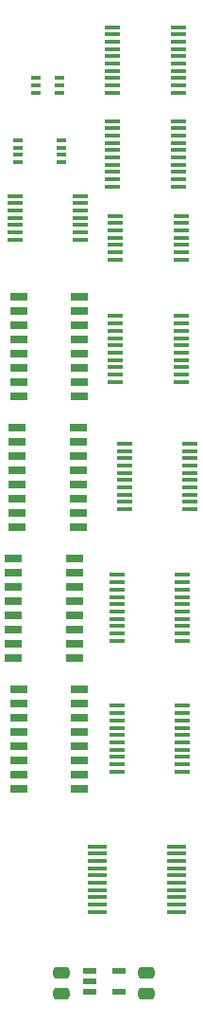
<source format=gtp>
%TF.GenerationSoftware,KiCad,Pcbnew,9.0.7*%
%TF.CreationDate,2026-01-29T18:18:34+02:00*%
%TF.ProjectId,HCP65 Instruction Code,48435036-3520-4496-9e73-747275637469,V0*%
%TF.SameCoordinates,Original*%
%TF.FileFunction,Paste,Top*%
%TF.FilePolarity,Positive*%
%FSLAX46Y46*%
G04 Gerber Fmt 4.6, Leading zero omitted, Abs format (unit mm)*
G04 Created by KiCad (PCBNEW 9.0.7) date 2026-01-29 18:18:34*
%MOMM*%
%LPD*%
G01*
G04 APERTURE LIST*
G04 Aperture macros list*
%AMRoundRect*
0 Rectangle with rounded corners*
0 $1 Rounding radius*
0 $2 $3 $4 $5 $6 $7 $8 $9 X,Y pos of 4 corners*
0 Add a 4 corners polygon primitive as box body*
4,1,4,$2,$3,$4,$5,$6,$7,$8,$9,$2,$3,0*
0 Add four circle primitives for the rounded corners*
1,1,$1+$1,$2,$3*
1,1,$1+$1,$4,$5*
1,1,$1+$1,$6,$7*
1,1,$1+$1,$8,$9*
0 Add four rect primitives between the rounded corners*
20,1,$1+$1,$2,$3,$4,$5,0*
20,1,$1+$1,$4,$5,$6,$7,0*
20,1,$1+$1,$6,$7,$8,$9,0*
20,1,$1+$1,$8,$9,$2,$3,0*%
G04 Aperture macros list end*
%ADD10RoundRect,0.250000X0.475000X-0.250000X0.475000X0.250000X-0.475000X0.250000X-0.475000X-0.250000X0*%
%ADD11R,1.475000X0.450000*%
%ADD12R,1.150000X0.600000*%
%ADD13R,1.550000X0.650000*%
%ADD14R,1.800000X0.450000*%
%ADD15R,0.950000X0.450000*%
%ADD16R,0.875000X0.450000*%
G04 APERTURE END LIST*
D10*
%TO.C,C10*%
X15875000Y-82277000D03*
X15875000Y-80377000D03*
%TD*%
D11*
%TO.C,IC15*%
X13064000Y-12782000D03*
X13064000Y-13432000D03*
X13064000Y-14082000D03*
X13064000Y-14732000D03*
X13064000Y-15382000D03*
X13064000Y-16032000D03*
X13064000Y-16682000D03*
X18940000Y-16682000D03*
X18940000Y-16032000D03*
X18940000Y-15382000D03*
X18940000Y-14732000D03*
X18940000Y-14082000D03*
X18940000Y-13432000D03*
X18940000Y-12782000D03*
%TD*%
D12*
%TO.C,IC11*%
X10765000Y-80203000D03*
X10765000Y-81153000D03*
X10765000Y-82103000D03*
X13365000Y-82103000D03*
X13365000Y-80203000D03*
%TD*%
D11*
%TO.C,IC16*%
X12810000Y4068000D03*
X12810000Y3418000D03*
X12810000Y2768000D03*
X12810000Y2118000D03*
X12810000Y1468000D03*
X12810000Y818000D03*
X12810000Y168000D03*
X12810000Y-482000D03*
X12810000Y-1132000D03*
X12810000Y-1782000D03*
X18686000Y-1782000D03*
X18686000Y-1132000D03*
X18686000Y-482000D03*
X18686000Y168000D03*
X18686000Y818000D03*
X18686000Y1468000D03*
X18686000Y2118000D03*
X18686000Y2768000D03*
X18686000Y3418000D03*
X18686000Y4068000D03*
%TD*%
%TO.C,IC8*%
X13876800Y-33143000D03*
X13876800Y-33793000D03*
X13876800Y-34443000D03*
X13876800Y-35093000D03*
X13876800Y-35743000D03*
X13876800Y-36393000D03*
X13876800Y-37043000D03*
X13876800Y-37693000D03*
X13876800Y-38343000D03*
X13876800Y-38993000D03*
X19752800Y-38993000D03*
X19752800Y-38343000D03*
X19752800Y-37693000D03*
X19752800Y-37043000D03*
X19752800Y-36393000D03*
X19752800Y-35743000D03*
X19752800Y-35093000D03*
X19752800Y-34443000D03*
X19752800Y-33793000D03*
X19752800Y-33143000D03*
%TD*%
D10*
%TO.C,C9*%
X8255000Y-82277000D03*
X8255000Y-80377000D03*
%TD*%
D11*
%TO.C,IC1*%
X12810000Y-4314000D03*
X12810000Y-4964000D03*
X12810000Y-5614000D03*
X12810000Y-6264000D03*
X12810000Y-6914000D03*
X12810000Y-7564000D03*
X12810000Y-8214000D03*
X12810000Y-8864000D03*
X12810000Y-9514000D03*
X12810000Y-10164000D03*
X18686000Y-10164000D03*
X18686000Y-9514000D03*
X18686000Y-8864000D03*
X18686000Y-8214000D03*
X18686000Y-7564000D03*
X18686000Y-6914000D03*
X18686000Y-6264000D03*
X18686000Y-5614000D03*
X18686000Y-4964000D03*
X18686000Y-4314000D03*
%TD*%
D13*
%TO.C,IC2*%
X4387000Y-19975607D03*
X4387000Y-21245607D03*
X4387000Y-22515607D03*
X4387000Y-23785607D03*
X4387000Y-25055607D03*
X4387000Y-26325607D03*
X4387000Y-27595607D03*
X4387000Y-28865607D03*
X9837000Y-28865607D03*
X9837000Y-27595607D03*
X9837000Y-26325607D03*
X9837000Y-25055607D03*
X9837000Y-23785607D03*
X9837000Y-22515607D03*
X9837000Y-21245607D03*
X9837000Y-19975607D03*
%TD*%
D14*
%TO.C,IC17*%
X11436000Y-69084000D03*
X11436000Y-69734000D03*
X11436000Y-70384000D03*
X11436000Y-71034000D03*
X11436000Y-71684000D03*
X11436000Y-72334000D03*
X11436000Y-72984000D03*
X11436000Y-73634000D03*
X11436000Y-74284000D03*
X11436000Y-74934000D03*
X18536000Y-74934000D03*
X18536000Y-74284000D03*
X18536000Y-73634000D03*
X18536000Y-72984000D03*
X18536000Y-72334000D03*
X18536000Y-71684000D03*
X18536000Y-71034000D03*
X18536000Y-70384000D03*
X18536000Y-69734000D03*
X18536000Y-69084000D03*
%TD*%
D13*
%TO.C,IC4*%
X4264000Y-31659607D03*
X4264000Y-32929607D03*
X4264000Y-34199607D03*
X4264000Y-35469607D03*
X4264000Y-36739607D03*
X4264000Y-38009607D03*
X4264000Y-39279607D03*
X4264000Y-40549607D03*
X9714000Y-40549607D03*
X9714000Y-39279607D03*
X9714000Y-38009607D03*
X9714000Y-36739607D03*
X9714000Y-35469607D03*
X9714000Y-34199607D03*
X9714000Y-32929607D03*
X9714000Y-31659607D03*
%TD*%
%TO.C,IC5*%
X3929800Y-43343607D03*
X3929800Y-44613607D03*
X3929800Y-45883607D03*
X3929800Y-47153607D03*
X3929800Y-48423607D03*
X3929800Y-49693607D03*
X3929800Y-50963607D03*
X3929800Y-52233607D03*
X9379800Y-52233607D03*
X9379800Y-50963607D03*
X9379800Y-49693607D03*
X9379800Y-48423607D03*
X9379800Y-47153607D03*
X9379800Y-45883607D03*
X9379800Y-44613607D03*
X9379800Y-43343607D03*
%TD*%
D11*
%TO.C,IC14*%
X13195000Y-56547607D03*
X13195000Y-57197607D03*
X13195000Y-57847607D03*
X13195000Y-58497607D03*
X13195000Y-59147607D03*
X13195000Y-59797607D03*
X13195000Y-60447607D03*
X13195000Y-61097607D03*
X13195000Y-61747607D03*
X13195000Y-62397607D03*
X19071000Y-62397607D03*
X19071000Y-61747607D03*
X19071000Y-61097607D03*
X19071000Y-60447607D03*
X19071000Y-59797607D03*
X19071000Y-59147607D03*
X19071000Y-58497607D03*
X19071000Y-57847607D03*
X19071000Y-57197607D03*
X19071000Y-56547607D03*
%TD*%
%TO.C,IC10*%
X4047000Y-11004000D03*
X4047000Y-11654000D03*
X4047000Y-12304000D03*
X4047000Y-12954000D03*
X4047000Y-13604000D03*
X4047000Y-14254000D03*
X4047000Y-14904000D03*
X9923000Y-14904000D03*
X9923000Y-14254000D03*
X9923000Y-13604000D03*
X9923000Y-12954000D03*
X9923000Y-12304000D03*
X9923000Y-11654000D03*
X9923000Y-11004000D03*
%TD*%
D13*
%TO.C,IC6*%
X4387000Y-55027607D03*
X4387000Y-56297607D03*
X4387000Y-57567607D03*
X4387000Y-58837607D03*
X4387000Y-60107607D03*
X4387000Y-61377607D03*
X4387000Y-62647607D03*
X4387000Y-63917607D03*
X9837000Y-63917607D03*
X9837000Y-62647607D03*
X9837000Y-61377607D03*
X9837000Y-60107607D03*
X9837000Y-58837607D03*
X9837000Y-57567607D03*
X9837000Y-56297607D03*
X9837000Y-55027607D03*
%TD*%
D11*
%TO.C,IC7*%
X13195000Y-44863607D03*
X13195000Y-45513607D03*
X13195000Y-46163607D03*
X13195000Y-46813607D03*
X13195000Y-47463607D03*
X13195000Y-48113607D03*
X13195000Y-48763607D03*
X13195000Y-49413607D03*
X13195000Y-50063607D03*
X13195000Y-50713607D03*
X19071000Y-50713607D03*
X19071000Y-50063607D03*
X19071000Y-49413607D03*
X19071000Y-48763607D03*
X19071000Y-48113607D03*
X19071000Y-47463607D03*
X19071000Y-46813607D03*
X19071000Y-46163607D03*
X19071000Y-45513607D03*
X19071000Y-44863607D03*
%TD*%
D15*
%TO.C,IC3*%
X4310038Y-6044698D03*
X4310038Y-6694698D03*
X4310038Y-7344698D03*
X4310038Y-7994698D03*
X8260038Y-7994698D03*
X8260038Y-7344698D03*
X8260038Y-6694698D03*
X8260038Y-6044698D03*
%TD*%
D11*
%TO.C,IC9*%
X13068000Y-21749607D03*
X13068000Y-22399607D03*
X13068000Y-23049607D03*
X13068000Y-23699607D03*
X13068000Y-24349607D03*
X13068000Y-24999607D03*
X13068000Y-25649607D03*
X13068000Y-26299607D03*
X13068000Y-26949607D03*
X13068000Y-27599607D03*
X18944000Y-27599607D03*
X18944000Y-26949607D03*
X18944000Y-26299607D03*
X18944000Y-25649607D03*
X18944000Y-24999607D03*
X18944000Y-24349607D03*
X18944000Y-23699607D03*
X18944000Y-23049607D03*
X18944000Y-22399607D03*
X18944000Y-21749607D03*
%TD*%
D16*
%TO.C,IC13*%
X5923000Y-493000D03*
X5923000Y-1143000D03*
X5923000Y-1793000D03*
X8047000Y-1793000D03*
X8047000Y-1143000D03*
X8047000Y-493000D03*
%TD*%
M02*

</source>
